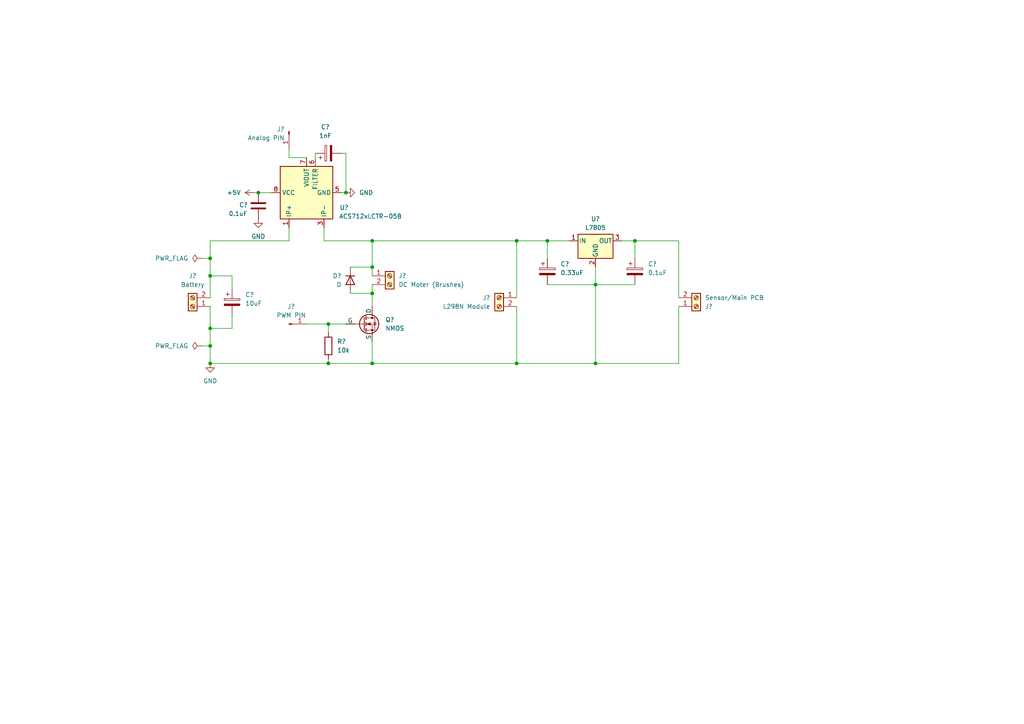
<source format=kicad_sch>
(kicad_sch (version 20231120) (generator "eeschema") (generator_version "8.0")
  (paper "A4")
  (lib_symbols
    (symbol "Connector:Conn_01x01_Pin" (pin_names (offset 1.016) hide)
      (property "Reference" "J" (at 0 2.54 0))
      (property "Value" "Conn_01x01_Pin" (at 0 -2.54 0))
      (symbol "Conn_01x01_Pin_1_1"
        (polyline (pts (xy 1.27 0) (xy 0.8636 0)) (stroke (width 0.1524)))
        (rectangle (start 0.8636 0.127) (end 0 -0.127) (stroke (width 0.1524)) (fill (type outline)))
        (pin passive line (at 5.08 0 180) (length 3.81) (name "Pin_1") (number "1"))
      )
    )
    (symbol "Connector:Screw_Terminal_01x02" (pin_names (offset 1.016) hide)
      (property "Reference" "J" (at 0 2.54 0))
      (property "Value" "Screw_Terminal_01x02" (at 0 -5.08 0))
      (symbol "Screw_Terminal_01x02_1_1"
        (rectangle (start -1.27 1.27) (end 1.27 -3.81) (stroke (width 0.254)) (fill (type background)))
        (circle (center 0 -2.54) (radius 0.635) (stroke (width 0.1524)))
        (polyline (pts (xy -0.5334 -2.2098) (xy 0.3302 -3.048)) (stroke (width 0.1524)))
        (polyline (pts (xy -0.5334 0.3302) (xy 0.3302 -0.508)) (stroke (width 0.1524)))
        (polyline (pts (xy -0.3556 -2.032) (xy 0.508 -2.8702)) (stroke (width 0.1524)))
        (polyline (pts (xy -0.3556 0.508) (xy 0.508 -0.3302)) (stroke (width 0.1524)))
        (circle (center 0 0) (radius 0.635) (stroke (width 0.1524)))
        (pin passive line (at -5.08 0 0) (length 3.81) (name "Pin_1") (number "1"))
        (pin passive line (at -5.08 -2.54 0) (length 3.81) (name "Pin_2") (number "2"))
      )
    )
    (symbol "Device:C" (pin_numbers hide) (pin_names (offset 0.254))
      (property "Reference" "C" (at 0.635 2.54 0))
      (property "Value" "C" (at 0.635 -2.54 0))
      (symbol "C_0_1"
        (polyline (pts (xy -2.032 -0.762) (xy 2.032 -0.762)) (stroke (width 0.508)))
        (polyline (pts (xy -2.032 0.762) (xy 2.032 0.762)) (stroke (width 0.508)))
      )
      (symbol "C_1_1"
        (pin passive line (at 0 3.81 270) (length 2.794) (name "~") (number "1"))
        (pin passive line (at 0 -3.81 90) (length 2.794) (name "~") (number "2"))
      )
    )
    (symbol "Device:C_Polarized" (pin_numbers hide) (pin_names (offset 0.254))
      (property "Reference" "C" (at 0.635 2.54 0))
      (property "Value" "C_Polarized" (at 0.635 -2.54 0))
      (symbol "C_Polarized_0_1"
        (rectangle (start -2.286 0.508) (end 2.286 1.016))
        (polyline (pts (xy -1.778 2.286) (xy -0.762 2.286)))
        (polyline (pts (xy -1.27 2.794) (xy -1.27 1.778)))
        (rectangle (start 2.286 -0.508) (end -2.286 -1.016) (fill (type outline)))
      )
      (symbol "C_Polarized_1_1"
        (pin passive line (at 0 3.81 270) (length 2.794) (name "~") (number "1"))
        (pin passive line (at 0 -3.81 90) (length 2.794) (name "~") (number "2"))
      )
    )
    (symbol "Device:D" (pin_numbers hide) (pin_names (offset 1.016) hide)
      (property "Reference" "D" (at 0 2.54 0))
      (property "Value" "D" (at 0 -2.54 0))
      (symbol "D_0_1"
        (polyline (pts (xy -1.27 1.27) (xy -1.27 -1.27)) (stroke (width 0.254)))
        (polyline (pts (xy 1.27 0) (xy -1.27 0)))
        (polyline (pts (xy 1.27 1.27) (xy 1.27 -1.27) (xy -1.27 0) (xy 1.27 1.27)) (stroke (width 0.254)))
      )
      (symbol "D_1_1"
        (pin passive line (at -3.81 0 0) (length 2.54) (name "K") (number "1"))
        (pin passive line (at 3.81 0 180) (length 2.54) (name "A") (number "2"))
      )
    )
    (symbol "Device:R" (pin_numbers hide) (pin_names (offset 0))
      (property "Reference" "R" (at 2.032 0 90))
      (property "Value" "R" (at 0 0 90))
      (symbol "R_0_1"
        (rectangle (start -1.016 -2.54) (end 1.016 2.54) (stroke (width 0.254)))
      )
      (symbol "R_1_1"
        (pin passive line (at 0 3.81 270) (length 1.27) (name "~") (number "1"))
        (pin passive line (at 0 -3.81 90) (length 1.27) (name "~") (number "2"))
      )
    )
    (symbol "Regulator_Linear:L7805" (pin_names (offset 0.254))
      (property "Reference" "U" (at -3.81 3.175 0))
      (property "Value" "L7805" (at 0 3.175 0))
      (symbol "L7805_0_1"
        (rectangle (start -5.08 1.905) (end 5.08 -5.08) (stroke (width 0.254)) (fill (type background)))
      )
      (symbol "L7805_1_1"
        (pin power_in line (at -7.62 0 0) (length 2.54) (name "IN") (number "1"))
        (pin power_in line (at 0 -7.62 90) (length 2.54) (name "GND") (number "2"))
        (pin power_out line (at 7.62 0 180) (length 2.54) (name "OUT") (number "3"))
      )
    )
    (symbol "Sensor_Current:ACS712xLCTR-05B"
      (property "Reference" "U" (at 2.54 11.43 0))
      (property "Value" "ACS712xLCTR-05B" (at 2.54 8.89 0))
      (symbol "ACS712xLCTR-05B_0_1"
        (rectangle (start -7.62 7.62) (end 7.62 -7.62) (stroke (width 0.254)) (fill (type background)))
      )
      (symbol "ACS712xLCTR-05B_1_1"
        (pin passive line (at -10.16 5.08 0) (length 2.54) (name "IP+") (number "1"))
        (pin passive line (at -10.16 5.08 0) (length 2.54) hide (name "IP+") (number "2"))
        (pin passive line (at -10.16 -5.08 0) (length 2.54) (name "IP-") (number "3"))
        (pin passive line (at -10.16 -5.08 0) (length 2.54) hide (name "IP-") (number "4"))
        (pin power_in line (at 0 -10.16 90) (length 2.54) (name "GND") (number "5"))
        (pin passive line (at 10.16 -2.54 180) (length 2.54) (name "FILTER") (number "6"))
        (pin output line (at 10.16 0 180) (length 2.54) (name "VIOUT") (number "7"))
        (pin power_in line (at 0 10.16 270) (length 2.54) (name "VCC") (number "8"))
      )
    )
    (symbol "Simulation_SPICE:NMOS" (pin_numbers hide) (pin_names (offset 0))
      (property "Reference" "Q" (at 5.08 1.27 0))
      (property "Value" "NMOS" (at 5.08 -1.27 0))
      (symbol "NMOS_0_1"
        (polyline (pts (xy 0.254 0) (xy -2.54 0)))
        (polyline (pts (xy 0.254 1.905) (xy 0.254 -1.905)) (stroke (width 0.254)))
        (polyline (pts (xy 0.762 -1.27) (xy 0.762 -2.286)) (stroke (width 0.254)))
        (polyline (pts (xy 0.762 0.508) (xy 0.762 -0.508)) (stroke (width 0.254)))
        (polyline (pts (xy 0.762 2.286) (xy 0.762 1.27)) (stroke (width 0.254)))
        (polyline (pts (xy 2.54 2.54) (xy 2.54 1.778)))
        (polyline (pts (xy 2.54 -2.54) (xy 2.54 0) (xy 0.762 0)))
        (polyline (pts (xy 0.762 -1.778) (xy 3.302 -1.778) (xy 3.302 1.778) (xy 0.762 1.778)))
        (polyline (pts (xy 1.016 0) (xy 2.032 0.381) (xy 2.032 -0.381) (xy 1.016 0)) (fill (type outline)))
        (polyline (pts (xy 2.794 0.508) (xy 2.921 0.381) (xy 3.683 0.381) (xy 3.81 0.254)))
        (polyline (pts (xy 3.302 0.381) (xy 2.921 -0.254) (xy 3.683 -0.254) (xy 3.302 0.381)))
        (circle (center 1.651 0) (radius 2.794) (stroke (width 0.254)))
        (circle (center 2.54 -1.778) (radius 0.254) (fill (type outline)))
        (circle (center 2.54 1.778) (radius 0.254) (fill (type outline)))
      )
      (symbol "NMOS_1_1"
        (pin passive line (at 2.54 5.08 270) (length 2.54) (name "D") (number "1"))
        (pin input line (at -5.08 0 0) (length 2.54) (name "G") (number "2"))
        (pin passive line (at 2.54 -5.08 90) (length 2.54) (name "S") (number "3"))
      )
    )
    (symbol "power:+5V" (power) (pin_numbers hide) (pin_names (offset 0) hide)
      (property "Value" "+5V" (at 0 3.556 0))
      (symbol "+5V_0_1"
        (polyline (pts (xy -0.762 1.27) (xy 0 2.54)))
        (polyline (pts (xy 0 0) (xy 0 2.54)))
        (polyline (pts (xy 0 2.54) (xy 0.762 1.27)))
      )
      (symbol "+5V_1_1"
        (pin power_in line (at 0 0 90) (length 0) (name "~") (number "1"))
      )
    )
    (symbol "power:GND" (power) (pin_numbers hide) (pin_names (offset 0) hide)
      (property "Value" "GND" (at 0 -3.81 0))
      (symbol "GND_0_1"
        (polyline (pts (xy 0 0) (xy 0 -1.27) (xy 1.27 -1.27) (xy 0 -2.54) (xy -1.27 -1.27) (xy 0 -1.27)))
      )
      (symbol "GND_1_1"
        (pin power_in line (at 0 0 270) (length 0) (name "~") (number "1"))
      )
    )
    (symbol "power:PWR_FLAG" (power) (pin_numbers hide) (pin_names (offset 0) hide)
      (property "Value" "PWR_FLAG" (at 0 3.81 0))
      (symbol "PWR_FLAG_0_0"
        (pin power_out line (at 0 0 90) (length 0) (name "~") (number "1"))
      )
      (symbol "PWR_FLAG_0_1"
        (polyline (pts (xy 0 0) (xy 0 1.27) (xy -1.016 1.905) (xy 0 2.54) (xy 1.016 1.905) (xy 0 1.27)))
      )
    )
  )
  (junction (at 60.96 80.01))
  (junction (at 95.25 105.41))
  (junction (at 107.95 85.09))
  (junction (at 74.93 55.88))
  (junction (at 149.86 105.41))
  (junction (at 107.95 77.47))
  (junction (at 184.15 69.85))
  (junction (at 60.96 74.93))
  (junction (at 95.25 93.98))
  (junction (at 60.96 100.33))
  (junction (at 158.75 69.85))
  (junction (at 172.72 82.55))
  (junction (at 107.95 69.85))
  (junction (at 60.96 105.41))
  (junction (at 149.86 69.85))
  (junction (at 60.96 95.25))
  (junction (at 172.72 105.41))
  (junction (at 100.33 55.88))
  (junction (at 107.95 105.41))
  (wire (pts (xy 172.72 77.47) (xy 172.72 82.55)))
  (wire (pts (xy 107.95 105.41) (xy 107.95 99.06)))
  (wire (pts (xy 99.06 44.45) (xy 100.33 44.45)))
  (wire (pts (xy 100.33 55.88) (xy 100.33 44.45)))
  (wire (pts (xy 83.82 43.18) (xy 83.82 45.72)))
  (wire (pts (xy 67.31 83.82) (xy 67.31 80.01)))
  (wire (pts (xy 88.9 93.98) (xy 95.25 93.98)))
  (wire (pts (xy 67.31 80.01) (xy 60.96 80.01)))
  (wire (pts (xy 101.6 77.47) (xy 107.95 77.47)))
  (wire (pts (xy 196.85 88.9) (xy 196.85 105.41)))
  (wire (pts (xy 58.42 74.93) (xy 60.96 74.93)))
  (wire (pts (xy 60.96 100.33) (xy 60.96 105.41)))
  (wire (pts (xy 60.96 86.36) (xy 60.96 80.01)))
  (wire (pts (xy 107.95 69.85) (xy 107.95 77.47)))
  (wire (pts (xy 149.86 105.41) (xy 149.86 88.9)))
  (wire (pts (xy 172.72 82.55) (xy 184.15 82.55)))
  (wire (pts (xy 60.96 95.25) (xy 67.31 95.25)))
  (wire (pts (xy 107.95 69.85) (xy 149.86 69.85)))
  (wire (pts (xy 74.93 55.88) (xy 78.74 55.88)))
  (wire (pts (xy 101.6 85.09) (xy 107.95 85.09)))
  (wire (pts (xy 107.95 105.41) (xy 149.86 105.41)))
  (wire (pts (xy 184.15 69.85) (xy 196.85 69.85)))
  (wire (pts (xy 95.25 93.98) (xy 100.33 93.98)))
  (wire (pts (xy 67.31 95.25) (xy 67.31 91.44)))
  (wire (pts (xy 107.95 82.55) (xy 107.95 85.09)))
  (wire (pts (xy 95.25 93.98) (xy 95.25 96.52)))
  (wire (pts (xy 73.66 55.88) (xy 74.93 55.88)))
  (wire (pts (xy 60.96 80.01) (xy 60.96 74.93)))
  (wire (pts (xy 149.86 86.36) (xy 149.86 69.85)))
  (wire (pts (xy 60.96 95.25) (xy 60.96 100.33)))
  (wire (pts (xy 58.42 100.33) (xy 60.96 100.33)))
  (wire (pts (xy 93.98 69.85) (xy 93.98 66.04)))
  (wire (pts (xy 91.44 44.45) (xy 91.44 45.72)))
  (wire (pts (xy 107.95 77.47) (xy 107.95 80.01)))
  (wire (pts (xy 196.85 69.85) (xy 196.85 86.36)))
  (wire (pts (xy 107.95 88.9) (xy 107.95 85.09)))
  (wire (pts (xy 158.75 82.55) (xy 172.72 82.55)))
  (wire (pts (xy 99.06 55.88) (xy 100.33 55.88)))
  (wire (pts (xy 60.96 105.41) (xy 95.25 105.41)))
  (wire (pts (xy 88.9 45.72) (xy 83.82 45.72)))
  (wire (pts (xy 158.75 69.85) (xy 165.1 69.85)))
  (wire (pts (xy 93.98 69.85) (xy 107.95 69.85)))
  (wire (pts (xy 180.34 69.85) (xy 184.15 69.85)))
  (wire (pts (xy 95.25 105.41) (xy 107.95 105.41)))
  (wire (pts (xy 172.72 82.55) (xy 172.72 105.41)))
  (wire (pts (xy 83.82 66.04) (xy 83.82 69.85)))
  (wire (pts (xy 184.15 69.85) (xy 184.15 74.93)))
  (wire (pts (xy 60.96 69.85) (xy 83.82 69.85)))
  (wire (pts (xy 158.75 69.85) (xy 158.75 74.93)))
  (wire (pts (xy 196.85 105.41) (xy 172.72 105.41)))
  (wire (pts (xy 95.25 104.14) (xy 95.25 105.41)))
  (wire (pts (xy 172.72 105.41) (xy 149.86 105.41)))
  (wire (pts (xy 149.86 69.85) (xy 158.75 69.85)))
  (wire (pts (xy 60.96 88.9) (xy 60.96 95.25)))
  (wire (pts (xy 60.96 69.85) (xy 60.96 74.93)))
  (symbol (lib_id "Connector:Conn_01x01_Pin") (at 83.82 38.1 90) (mirror x) (unit 1)
    (property "Reference" "J?" (at 82.55 37.4649 90) (effects (justify left)))
    (property "Value" "Analog PIN" (at 82.55 40.0049 90) (effects (justify left)))
    (property "Description" "Generic connector, single row, 01x01, script generated" (effects (hide yes)))
  )
  (symbol (lib_id "Sensor_Current:ACS712xLCTR-05B") (at 88.9 55.88 90) (unit 1)
    (property "Reference" "U?" (at 99.822 60.198 90))
    (property "Value" "ACS712xLCTR-05B" (at 107.442 62.738 90))
    (property "Footprint" "Package_SO:SOIC-8_3.9x4.9mm_P1.27mm" (effects (hide yes)))
    (property "Datasheet" "http://www.allegromicro.com/~/media/Files/Datasheets/ACS712-Datasheet.ashx?la=en" (effects (hide yes)))
    (property "Description" "±5A Bidirectional Hall-Effect Current Sensor, +5.0V supply, 185mV/A, SOIC-8" (effects (hide yes)))
  )
  (symbol (lib_id "Device:C_Polarized") (at 67.31 87.63 0) (unit 1)
    (property "Reference" "C?" (at 71.12 85.4709 0) (effects (justify left)))
    (property "Value" "10uF" (at 71.12 88.0109 0) (effects (justify left)))
    (property "Description" "Polarized capacitor" (effects (hide yes)))
  )
  (symbol (lib_id "power:GND") (at 60.96 105.41 0) (unit 1)
    (property "Reference" "#PWR02" (effects (hide yes)))
    (property "Value" "GND" (at 60.96 110.49 0))
    (property "Description" "Power symbol creates a global label with name \"GND\" , ground" (effects (hide yes)))
  )
  (symbol (lib_id "power:GND") (at 100.33 55.88 90) (unit 1)
    (property "Reference" "#PWR01" (effects (hide yes)))
    (property "Value" "GND" (at 104.14 55.8799 90) (effects (justify right)))
    (property "Description" "Power symbol creates a global label with name \"GND\" , ground" (effects (hide yes)))
  )
  (symbol (lib_id "power:+5V") (at 73.66 55.88 90) (unit 1)
    (property "Reference" "#PWR03" (effects (hide yes)))
    (property "Value" "+5V" (at 69.85 55.8799 90) (effects (justify left)))
    (property "Description" "Power symbol creates a global label with name \"+5V\"" (effects (hide yes)))
  )
  (symbol (lib_id "power:PWR_FLAG") (at 58.42 100.33 90) (unit 1)
    (property "Reference" "#FLG02" (effects (hide yes)))
    (property "Value" "PWR_FLAG" (at 54.61 100.3299 90) (effects (justify left)))
    (property "Description" "Special symbol for telling ERC where power comes from" (effects (hide yes)))
  )
  (symbol (lib_id "Connector:Conn_01x01_Pin") (at 83.82 93.98 0) (unit 1)
    (property "Reference" "J?" (at 84.455 88.9 0))
    (property "Value" "PWM PIN" (at 84.455 91.44 0))
    (property "Description" "Generic connector, single row, 01x01, script generated" (effects (hide yes)))
  )
  (symbol (lib_id "Regulator_Linear:L7805") (at 172.72 69.85 0) (unit 1)
    (property "Reference" "U?" (at 172.72 63.5 0))
    (property "Value" "L7805" (at 172.72 66.04 0))
    (property "Datasheet" "http://www.st.com/content/ccc/resource/technical/document/datasheet/41/4f/b3/b0/12/d4/47/88/CD00000444.pdf/files/CD00000444.pdf/jcr:content/translations/en.CD00000444.pdf" (effects (hide yes)))
    (property "Description" "Positive 1.5A 35V Linear Regulator, Fixed Output 5V, TO-220/TO-263/TO-252" (effects (hide yes)))
  )
  (symbol (lib_id "Connector:Screw_Terminal_01x02") (at 55.88 88.9 180) (unit 1)
    (property "Reference" "J?" (at 55.88 80.01 0))
    (property "Value" "Battery" (at 55.88 82.55 0))
    (property "Description" "Generic screw terminal, single row, 01x02, script generated (kicad-library-utils/schlib/autogen/connector/)" (effects (hide yes)))
  )
  (symbol (lib_id "Device:C_Polarized") (at 184.15 78.74 0) (unit 1)
    (property "Reference" "C?" (at 187.96 76.5809 0) (effects (justify left)))
    (property "Value" "0.1uF" (at 187.96 79.1209 0) (effects (justify left)))
    (property "Description" "Polarized capacitor" (effects (hide yes)))
  )
  (symbol (lib_id "Simulation_SPICE:NMOS") (at 105.41 93.98 0) (unit 1)
    (property "Reference" "Q?" (at 111.76 92.7099 0) (effects (justify left)))
    (property "Value" "NMOS" (at 111.76 95.2499 0) (effects (justify left)))
    (property "Datasheet" "https://ngspice.sourceforge.io/docs/ngspice-html-manual/manual.xhtml#cha_MOSFETs" (effects (hide yes)))
    (property "Description" "N-MOSFET transistor, drain/source/gate" (effects (hide yes)))
    (property "Sim.Device" "NMOS" (effects (hide yes)))
    (property "Sim.Type" "VDMOS" (effects (hide yes)))
    (property "Sim.Pins" "1=D 2=G 3=S" (effects (hide yes)))
  )
  (symbol (lib_id "Device:C_Polarized") (at 95.25 44.45 90) (unit 1)
    (property "Reference" "C?" (at 94.361 36.83 90))
    (property "Value" "1nF" (at 94.361 39.37 90))
    (property "Description" "Polarized capacitor" (effects (hide yes)))
  )
  (symbol (lib_id "Connector:Screw_Terminal_01x02") (at 113.03 80.01 0) (unit 1)
    (property "Reference" "J?" (at 115.57 80.0099 0) (effects (justify left)))
    (property "Value" "DC Moter (Brushes)" (at 115.57 82.5499 0) (effects (justify left)))
    (property "Description" "Generic screw terminal, single row, 01x02, script generated (kicad-library-utils/schlib/autogen/connector/)" (effects (hide yes)))
  )
  (symbol (lib_id "Device:R") (at 95.25 100.33 0) (unit 1)
    (property "Reference" "R?" (at 97.79 99.0599 0) (effects (justify left)))
    (property "Value" "10k" (at 97.79 101.5999 0) (effects (justify left)))
    (property "Description" "Resistor" (effects (hide yes)))
  )
  (symbol (lib_id "Connector:Screw_Terminal_01x02") (at 201.93 88.9 0) (mirror x) (unit 1)
    (property "Reference" "J?" (at 204.47 88.9001 0) (effects (justify left)))
    (property "Value" "Sensor/Main PCB" (at 204.47 86.3601 0) (effects (justify left)))
    (property "Description" "Generic screw terminal, single row, 01x02, script generated (kicad-library-utils/schlib/autogen/connector/)" (effects (hide yes)))
  )
  (symbol (lib_id "power:GND") (at 74.93 63.5 0) (unit 1)
    (property "Reference" "#PWR04" (effects (hide yes)))
    (property "Value" "GND" (at 74.93 68.58 0))
    (property "Description" "Power symbol creates a global label with name \"GND\" , ground" (effects (hide yes)))
  )
  (symbol (lib_id "power:PWR_FLAG") (at 58.42 74.93 90) (unit 1)
    (property "Reference" "#FLG01" (effects (hide yes)))
    (property "Value" "PWR_FLAG" (at 54.61 74.9299 90) (effects (justify left)))
    (property "Description" "Special symbol for telling ERC where power comes from" (effects (hide yes)))
  )
  (symbol (lib_id "Connector:Screw_Terminal_01x02") (at 144.78 86.36 0) (mirror y) (unit 1)
    (property "Reference" "J?" (at 142.24 86.3599 0) (effects (justify left)))
    (property "Value" "L298N Module" (at 142.24 88.8999 0) (effects (justify left)))
    (property "Description" "Generic screw terminal, single row, 01x02, script generated (kicad-library-utils/schlib/autogen/connector/)" (effects (hide yes)))
  )
  (symbol (lib_id "Device:C") (at 74.93 59.69 0) (unit 1)
    (property "Reference" "C?" (at 69.342 59.436 0) (effects (justify left)))
    (property "Value" "0.1uF" (at 66.294 61.976 0) (effects (justify left)))
    (property "Description" "Unpolarized capacitor" (effects (hide yes)))
  )
  (symbol (lib_id "Device:C_Polarized") (at 158.75 78.74 0) (unit 1)
    (property "Reference" "C?" (at 162.56 76.5809 0) (effects (justify left)))
    (property "Value" "0.33uF" (at 162.56 79.1209 0) (effects (justify left)))
    (property "Description" "Polarized capacitor" (effects (hide yes)))
  )
  (symbol (lib_id "Device:D") (at 101.6 81.28 90) (mirror x) (unit 1)
    (property "Reference" "D?" (at 99.06 80.0099 90) (effects (justify left)))
    (property "Value" "D" (at 99.06 82.5499 90) (effects (justify left)))
    (property "Description" "Diode" (effects (hide yes)))
    (property "Sim.Device" "D" (effects (hide yes)))
    (property "Sim.Pins" "1=K 2=A" (effects (hide yes)))
  )
)
</source>
